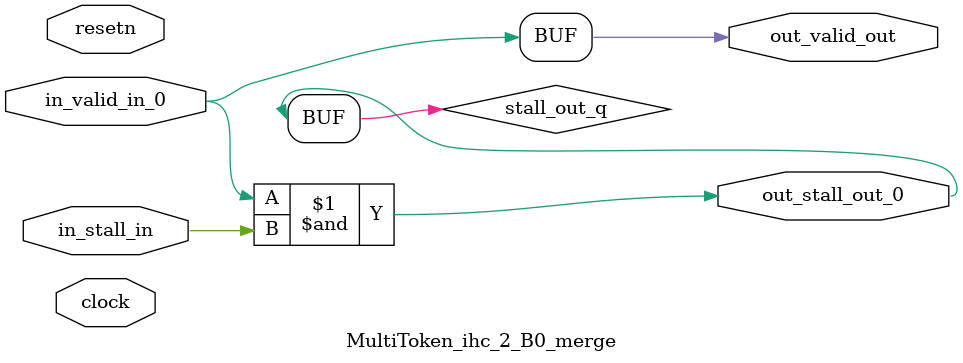
<source format=sv>



(* altera_attribute = "-name AUTO_SHIFT_REGISTER_RECOGNITION OFF; -name MESSAGE_DISABLE 10036; -name MESSAGE_DISABLE 10037; -name MESSAGE_DISABLE 14130; -name MESSAGE_DISABLE 14320; -name MESSAGE_DISABLE 15400; -name MESSAGE_DISABLE 14130; -name MESSAGE_DISABLE 10036; -name MESSAGE_DISABLE 12020; -name MESSAGE_DISABLE 12030; -name MESSAGE_DISABLE 12010; -name MESSAGE_DISABLE 12110; -name MESSAGE_DISABLE 14320; -name MESSAGE_DISABLE 13410; -name MESSAGE_DISABLE 113007; -name MESSAGE_DISABLE 10958" *)
module MultiToken_ihc_2_B0_merge (
    input wire [0:0] in_stall_in,
    input wire [0:0] in_valid_in_0,
    output wire [0:0] out_stall_out_0,
    output wire [0:0] out_valid_out,
    input wire clock,
    input wire resetn
    );

    wire [0:0] stall_out_q;


    // stall_out(LOGICAL,6)
    assign stall_out_q = in_valid_in_0 & in_stall_in;

    // out_stall_out_0(GPOUT,4)
    assign out_stall_out_0 = stall_out_q;

    // out_valid_out(GPOUT,5)
    assign out_valid_out = in_valid_in_0;

endmodule

</source>
